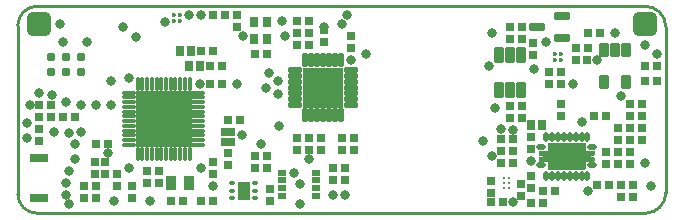
<source format=gts>
G04*
G04 #@! TF.GenerationSoftware,Altium Limited,Altium Designer,20.2.6 (244)*
G04*
G04 Layer_Color=8388736*
%FSLAX25Y25*%
%MOIN*%
G70*
G04*
G04 #@! TF.SameCoordinates,535AE1F0-9979-4E68-9054-F600688F37C9*
G04*
G04*
G04 #@! TF.FilePolarity,Negative*
G04*
G01*
G75*
%ADD10C,0.01000*%
%ADD36R,0.03150X0.03543*%
G04:AMPARAMS|DCode=39|XSize=17.72mil|YSize=11.81mil|CornerRadius=1.95mil|HoleSize=0mil|Usage=FLASHONLY|Rotation=0.000|XOffset=0mil|YOffset=0mil|HoleType=Round|Shape=RoundedRectangle|*
%AMROUNDEDRECTD39*
21,1,0.01772,0.00791,0,0,0.0*
21,1,0.01382,0.01181,0,0,0.0*
1,1,0.00390,0.00691,-0.00396*
1,1,0.00390,-0.00691,-0.00396*
1,1,0.00390,-0.00691,0.00396*
1,1,0.00390,0.00691,0.00396*
%
%ADD39ROUNDEDRECTD39*%
%ADD40C,0.01417*%
%ADD41C,0.03098*%
G04:AMPARAMS|DCode=43|XSize=51.18mil|YSize=23.62mil|CornerRadius=2.01mil|HoleSize=0mil|Usage=FLASHONLY|Rotation=180.000|XOffset=0mil|YOffset=0mil|HoleType=Round|Shape=RoundedRectangle|*
%AMROUNDEDRECTD43*
21,1,0.05118,0.01961,0,0,180.0*
21,1,0.04717,0.02362,0,0,180.0*
1,1,0.00402,-0.02358,0.00980*
1,1,0.00402,0.02358,0.00980*
1,1,0.00402,0.02358,-0.00980*
1,1,0.00402,-0.02358,-0.00980*
%
%ADD43ROUNDEDRECTD43*%
%ADD47R,0.03162X0.03162*%
%ADD48R,0.03162X0.03162*%
%ADD49R,0.02769X0.03162*%
%ADD50R,0.03162X0.02769*%
G04:AMPARAMS|DCode=51|XSize=17.45mil|YSize=31.62mil|CornerRadius=5.98mil|HoleSize=0mil|Usage=FLASHONLY|Rotation=180.000|XOffset=0mil|YOffset=0mil|HoleType=Round|Shape=RoundedRectangle|*
%AMROUNDEDRECTD51*
21,1,0.01745,0.01965,0,0,180.0*
21,1,0.00548,0.03162,0,0,180.0*
1,1,0.01197,-0.00274,0.00983*
1,1,0.01197,0.00274,0.00983*
1,1,0.01197,0.00274,-0.00983*
1,1,0.01197,-0.00274,-0.00983*
%
%ADD51ROUNDEDRECTD51*%
G04:AMPARAMS|DCode=52|XSize=17.45mil|YSize=31.62mil|CornerRadius=5.98mil|HoleSize=0mil|Usage=FLASHONLY|Rotation=90.000|XOffset=0mil|YOffset=0mil|HoleType=Round|Shape=RoundedRectangle|*
%AMROUNDEDRECTD52*
21,1,0.01745,0.01965,0,0,90.0*
21,1,0.00548,0.03162,0,0,90.0*
1,1,0.01197,0.00983,0.00274*
1,1,0.01197,0.00983,-0.00274*
1,1,0.01197,-0.00983,-0.00274*
1,1,0.01197,-0.00983,0.00274*
%
%ADD52ROUNDEDRECTD52*%
G04:AMPARAMS|DCode=53|XSize=11.81mil|YSize=11.81mil|CornerRadius=1.95mil|HoleSize=0mil|Usage=FLASHONLY|Rotation=180.000|XOffset=0mil|YOffset=0mil|HoleType=Round|Shape=RoundedRectangle|*
%AMROUNDEDRECTD53*
21,1,0.01181,0.00791,0,0,180.0*
21,1,0.00791,0.01181,0,0,180.0*
1,1,0.00390,-0.00396,0.00396*
1,1,0.00390,0.00396,0.00396*
1,1,0.00390,0.00396,-0.00396*
1,1,0.00390,-0.00396,-0.00396*
%
%ADD53ROUNDEDRECTD53*%
%ADD54R,0.02769X0.03556*%
%ADD55C,0.01299*%
%ADD56R,0.18910X0.18910*%
%ADD57O,0.01587X0.04540*%
%ADD58O,0.04540X0.01587*%
G04:AMPARAMS|DCode=59|XSize=83mil|YSize=83mil|CornerRadius=22.75mil|HoleSize=0mil|Usage=FLASHONLY|Rotation=0.000|XOffset=0mil|YOffset=0mil|HoleType=Round|Shape=RoundedRectangle|*
%AMROUNDEDRECTD59*
21,1,0.08300,0.03750,0,0,0.0*
21,1,0.03750,0.08300,0,0,0.0*
1,1,0.04550,0.01875,-0.01875*
1,1,0.04550,-0.01875,-0.01875*
1,1,0.04550,-0.01875,0.01875*
1,1,0.04550,0.01875,0.01875*
%
%ADD59ROUNDEDRECTD59*%
%ADD60R,0.13595X0.13595*%
G04:AMPARAMS|DCode=61|XSize=46.98mil|YSize=18.63mil|CornerRadius=5.33mil|HoleSize=0mil|Usage=FLASHONLY|Rotation=180.000|XOffset=0mil|YOffset=0mil|HoleType=Round|Shape=RoundedRectangle|*
%AMROUNDEDRECTD61*
21,1,0.04698,0.00797,0,0,180.0*
21,1,0.03632,0.01863,0,0,180.0*
1,1,0.01066,-0.01816,0.00399*
1,1,0.01066,0.01816,0.00399*
1,1,0.01066,0.01816,-0.00399*
1,1,0.01066,-0.01816,-0.00399*
%
%ADD61ROUNDEDRECTD61*%
G04:AMPARAMS|DCode=62|XSize=46.98mil|YSize=18.63mil|CornerRadius=5.33mil|HoleSize=0mil|Usage=FLASHONLY|Rotation=270.000|XOffset=0mil|YOffset=0mil|HoleType=Round|Shape=RoundedRectangle|*
%AMROUNDEDRECTD62*
21,1,0.04698,0.00797,0,0,270.0*
21,1,0.03632,0.01863,0,0,270.0*
1,1,0.01066,-0.00399,-0.01816*
1,1,0.01066,-0.00399,0.01816*
1,1,0.01066,0.00399,0.01816*
1,1,0.01066,0.00399,-0.01816*
%
%ADD62ROUNDEDRECTD62*%
G04:AMPARAMS|DCode=63|XSize=33.59mil|YSize=55.24mil|CornerRadius=5.92mil|HoleSize=0mil|Usage=FLASHONLY|Rotation=180.000|XOffset=0mil|YOffset=0mil|HoleType=Round|Shape=RoundedRectangle|*
%AMROUNDEDRECTD63*
21,1,0.03359,0.04341,0,0,180.0*
21,1,0.02175,0.05524,0,0,180.0*
1,1,0.01184,-0.01088,0.02170*
1,1,0.01184,0.01088,0.02170*
1,1,0.01184,0.01088,-0.02170*
1,1,0.01184,-0.01088,-0.02170*
%
%ADD63ROUNDEDRECTD63*%
%ADD64R,0.02572X0.01981*%
G04:AMPARAMS|DCode=65|XSize=39.37mil|YSize=62.99mil|CornerRadius=1.97mil|HoleSize=0mil|Usage=FLASHONLY|Rotation=0.000|XOffset=0mil|YOffset=0mil|HoleType=Round|Shape=RoundedRectangle|*
%AMROUNDEDRECTD65*
21,1,0.03937,0.05906,0,0,0.0*
21,1,0.03543,0.06299,0,0,0.0*
1,1,0.00394,0.01772,-0.02953*
1,1,0.00394,-0.01772,-0.02953*
1,1,0.00394,-0.01772,0.02953*
1,1,0.00394,0.01772,0.02953*
%
%ADD65ROUNDEDRECTD65*%
G04:AMPARAMS|DCode=66|XSize=31.62mil|YSize=47.37mil|CornerRadius=6.01mil|HoleSize=0mil|Usage=FLASHONLY|Rotation=0.000|XOffset=0mil|YOffset=0mil|HoleType=Round|Shape=RoundedRectangle|*
%AMROUNDEDRECTD66*
21,1,0.03162,0.03535,0,0,0.0*
21,1,0.01961,0.04737,0,0,0.0*
1,1,0.01202,0.00980,-0.01768*
1,1,0.01202,-0.00980,-0.01768*
1,1,0.01202,-0.00980,0.01768*
1,1,0.01202,0.00980,0.01768*
%
%ADD66ROUNDEDRECTD66*%
%ADD67R,0.06142X0.03150*%
%ADD68R,0.03300X0.04800*%
%ADD69R,0.04961X0.02736*%
%ADD70R,0.02646X0.03039*%
%ADD71C,0.03300*%
G36*
X189060Y23397D02*
X189112Y23387D01*
X189161Y23370D01*
X189208Y23347D01*
X189252Y23318D01*
X189291Y23283D01*
X189326Y23244D01*
X189355Y23200D01*
X189378Y23153D01*
X189395Y23104D01*
X189405Y23052D01*
X189409Y23000D01*
Y20901D01*
X191862Y20901D01*
X191915Y20897D01*
X191966Y20887D01*
X192016Y20870D01*
X192063Y20847D01*
X192106Y20818D01*
X192146Y20784D01*
X192181Y20744D01*
X192210Y20700D01*
X192233Y20653D01*
X192250Y20604D01*
X192260Y20552D01*
X192263Y20500D01*
Y19594D01*
X192260Y19542D01*
X192250Y19491D01*
X192233Y19441D01*
X192210Y19394D01*
X192181Y19351D01*
X192146Y19311D01*
X192106Y19276D01*
X192063Y19247D01*
X192016Y19224D01*
X191966Y19207D01*
X191915Y19197D01*
X191862Y19194D01*
X190984Y19194D01*
Y18735D01*
X191862Y18735D01*
X191915Y18732D01*
X191966Y18722D01*
X192016Y18705D01*
X192063Y18682D01*
X192106Y18653D01*
X192146Y18618D01*
X192181Y18579D01*
X192210Y18535D01*
X192233Y18488D01*
X192250Y18438D01*
X192260Y18387D01*
X192263Y18335D01*
Y17429D01*
X192260Y17377D01*
X192250Y17325D01*
X192233Y17276D01*
X192210Y17229D01*
X192181Y17185D01*
X192146Y17146D01*
X192106Y17111D01*
X192063Y17082D01*
X192016Y17059D01*
X191966Y17042D01*
X191915Y17032D01*
X191862Y17028D01*
X189409Y17028D01*
Y14929D01*
X189405Y14877D01*
X189395Y14825D01*
X189378Y14776D01*
X189355Y14729D01*
X189326Y14685D01*
X189291Y14646D01*
X189252Y14611D01*
X189208Y14582D01*
X189161Y14559D01*
X189112Y14542D01*
X189060Y14532D01*
X189008Y14528D01*
X177000D01*
X176948Y14532D01*
X176896Y14542D01*
X176847Y14559D01*
X176800Y14582D01*
X176756Y14611D01*
X176717Y14646D01*
X176682Y14685D01*
X176653Y14729D01*
X176630Y14776D01*
X176613Y14825D01*
X176603Y14877D01*
X176599Y14929D01*
Y17028D01*
X174146Y17028D01*
X174094Y17032D01*
X174042Y17042D01*
X173993Y17059D01*
X173945Y17082D01*
X173902Y17111D01*
X173863Y17146D01*
X173828Y17185D01*
X173799Y17229D01*
X173776Y17276D01*
X173759Y17325D01*
X173749Y17377D01*
X173745Y17429D01*
Y18335D01*
X173749Y18387D01*
X173759Y18438D01*
X173776Y18488D01*
X173799Y18535D01*
X173828Y18579D01*
X173863Y18618D01*
X173902Y18653D01*
X173945Y18682D01*
X173993Y18705D01*
X174042Y18722D01*
X174094Y18732D01*
X174146Y18735D01*
X175024Y18735D01*
Y19194D01*
X174146Y19194D01*
X174094Y19197D01*
X174042Y19207D01*
X173993Y19224D01*
X173946Y19247D01*
X173902Y19276D01*
X173863Y19311D01*
X173828Y19351D01*
X173799Y19394D01*
X173776Y19441D01*
X173759Y19491D01*
X173749Y19542D01*
X173745Y19594D01*
Y20500D01*
X173749Y20552D01*
X173759Y20604D01*
X173776Y20653D01*
X173799Y20700D01*
X173828Y20744D01*
X173863Y20784D01*
X173902Y20818D01*
X173946Y20847D01*
X173993Y20870D01*
X174042Y20887D01*
X174094Y20897D01*
X174146Y20901D01*
X176599Y20901D01*
Y23000D01*
X176603Y23052D01*
X176613Y23104D01*
X176630Y23153D01*
X176653Y23200D01*
X176682Y23244D01*
X176717Y23283D01*
X176756Y23318D01*
X176800Y23347D01*
X176847Y23370D01*
X176896Y23387D01*
X176948Y23397D01*
X177000Y23401D01*
X189008D01*
X189060Y23397D01*
D02*
G37*
D10*
X215996Y62174D02*
G03*
X209000Y69000I-6828J0D01*
G01*
X209172Y0D02*
G03*
X216000Y6828I0J6828D01*
G01*
X6449Y69000D02*
G03*
X0Y62550I0J-6449D01*
G01*
Y6449D02*
G03*
X6449Y0I6449J0D01*
G01*
X216000Y6828D02*
Y62174D01*
X6449Y0D02*
X209172D01*
X6449Y69000D02*
X209000D01*
X0Y6449D02*
Y62550D01*
D36*
X78835Y63756D02*
D03*
Y58244D02*
D03*
X83165D02*
D03*
Y63756D02*
D03*
D39*
X71500Y10118D02*
D03*
Y7559D02*
D03*
Y5000D02*
D03*
X79177D02*
D03*
Y7559D02*
D03*
Y10118D02*
D03*
D40*
X54000Y65969D02*
D03*
Y64000D02*
D03*
X52031Y65969D02*
D03*
Y64000D02*
D03*
X180968Y53000D02*
D03*
Y51032D02*
D03*
X179000Y53000D02*
D03*
Y51032D02*
D03*
D41*
X21000Y52000D02*
D03*
Y47000D02*
D03*
X16000Y52000D02*
D03*
Y47000D02*
D03*
X11000Y52000D02*
D03*
Y47000D02*
D03*
D43*
X173000Y62000D02*
D03*
X181268Y65740D02*
D03*
Y58260D02*
D03*
D47*
X181114Y36469D02*
D03*
Y32532D02*
D03*
X196114Y16532D02*
D03*
Y20469D02*
D03*
X204114Y16532D02*
D03*
Y20469D02*
D03*
X200114Y16532D02*
D03*
Y20469D02*
D03*
Y28406D02*
D03*
Y24469D02*
D03*
X201114Y5532D02*
D03*
Y9469D02*
D03*
X205114Y5469D02*
D03*
Y9406D02*
D03*
X38000Y9000D02*
D03*
Y5063D02*
D03*
X97000Y25000D02*
D03*
Y21063D02*
D03*
X93000Y24969D02*
D03*
Y21032D02*
D03*
X102000Y60937D02*
D03*
Y57000D02*
D03*
X111000Y58937D02*
D03*
Y55000D02*
D03*
X7000Y27968D02*
D03*
Y24032D02*
D03*
Y35937D02*
D03*
Y32000D02*
D03*
X11000D02*
D03*
Y35937D02*
D03*
X108000Y21000D02*
D03*
Y24937D02*
D03*
X112000Y21000D02*
D03*
Y24937D02*
D03*
X73000Y62032D02*
D03*
Y65969D02*
D03*
X101000Y21063D02*
D03*
Y25000D02*
D03*
X43000Y13969D02*
D03*
Y10031D02*
D03*
X47000D02*
D03*
Y13969D02*
D03*
X65000Y13032D02*
D03*
Y16969D02*
D03*
X70000Y20000D02*
D03*
Y16063D02*
D03*
X33000Y9063D02*
D03*
Y13000D02*
D03*
D48*
X15000Y32000D02*
D03*
X18937D02*
D03*
X181000Y43000D02*
D03*
X177063D02*
D03*
X204114Y32469D02*
D03*
X208051D02*
D03*
X204114Y28469D02*
D03*
X208051D02*
D03*
X204114Y24469D02*
D03*
X208051D02*
D03*
X192177Y32469D02*
D03*
X196114D02*
D03*
X193114Y9469D02*
D03*
X197051D02*
D03*
X168114Y31666D02*
D03*
X164177D02*
D03*
X168114Y35666D02*
D03*
X164177D02*
D03*
X165114Y20666D02*
D03*
X161177D02*
D03*
X165114Y16666D02*
D03*
X161177D02*
D03*
X165114Y24666D02*
D03*
X161177D02*
D03*
X204114Y36469D02*
D03*
X208051D02*
D03*
X93063Y60000D02*
D03*
X97000D02*
D03*
X93063Y56000D02*
D03*
X97000D02*
D03*
X93063Y64000D02*
D03*
X97000D02*
D03*
X177032Y47000D02*
D03*
X180968D02*
D03*
X209000Y49000D02*
D03*
X212937D02*
D03*
X69000Y66000D02*
D03*
X65063D02*
D03*
X186000Y55000D02*
D03*
X189937D02*
D03*
X189874Y51000D02*
D03*
X185937D02*
D03*
X209000Y44000D02*
D03*
X212937D02*
D03*
X82968Y53000D02*
D03*
X79031D02*
D03*
X108937Y15000D02*
D03*
X105000D02*
D03*
Y11000D02*
D03*
X108937D02*
D03*
X64000Y43000D02*
D03*
X67937D02*
D03*
X61000Y4000D02*
D03*
X64937D02*
D03*
X51063D02*
D03*
X55000D02*
D03*
X167937Y58000D02*
D03*
X164000D02*
D03*
Y62000D02*
D03*
X167937D02*
D03*
X25937Y5000D02*
D03*
X22000D02*
D03*
X70000Y31000D02*
D03*
X73937D02*
D03*
X25937Y9000D02*
D03*
X22000D02*
D03*
X29969Y23000D02*
D03*
X26032D02*
D03*
D49*
X193937Y60000D02*
D03*
X190000D02*
D03*
X175114Y3469D02*
D03*
X171177D02*
D03*
X179083Y7469D02*
D03*
X175146D02*
D03*
X157831Y3666D02*
D03*
X161768D02*
D03*
X82937Y15000D02*
D03*
X79000D02*
D03*
X64937Y54000D02*
D03*
X61000D02*
D03*
X79000Y19000D02*
D03*
X82937D02*
D03*
X67968Y49000D02*
D03*
X64031D02*
D03*
D50*
X171807Y56744D02*
D03*
Y52807D02*
D03*
X171114Y12469D02*
D03*
Y8532D02*
D03*
Y25469D02*
D03*
Y21532D02*
D03*
X167768Y5729D02*
D03*
Y9666D02*
D03*
X157768Y6697D02*
D03*
Y10634D02*
D03*
X84000Y4031D02*
D03*
Y7969D02*
D03*
D51*
X189894Y25461D02*
D03*
X187925D02*
D03*
X185957D02*
D03*
X183988D02*
D03*
X182020D02*
D03*
X180051D02*
D03*
X178083D02*
D03*
X176114D02*
D03*
Y12469D02*
D03*
X178083D02*
D03*
X180051D02*
D03*
X182020D02*
D03*
X183988D02*
D03*
X185957D02*
D03*
X187925D02*
D03*
X189894D02*
D03*
D52*
X174540Y21917D02*
D03*
Y16012D02*
D03*
X191469D02*
D03*
Y21917D02*
D03*
D53*
X183004Y18965D02*
D03*
D54*
X174854Y29469D02*
D03*
X171114D02*
D03*
X57740Y54000D02*
D03*
X54000D02*
D03*
X60740Y49000D02*
D03*
X57000D02*
D03*
D55*
X162114Y8516D02*
D03*
X163768D02*
D03*
Y10091D02*
D03*
X162114D02*
D03*
X163768Y11666D02*
D03*
X162114D02*
D03*
D56*
X48614Y31512D02*
D03*
D57*
X47827Y43126D02*
D03*
X55701D02*
D03*
Y19898D02*
D03*
X47827D02*
D03*
X39953Y43126D02*
D03*
Y19898D02*
D03*
X57276Y43126D02*
D03*
Y19898D02*
D03*
X49402Y43126D02*
D03*
X50976D02*
D03*
X52551D02*
D03*
X54126D02*
D03*
Y19898D02*
D03*
X52551D02*
D03*
X50976D02*
D03*
X49402D02*
D03*
X41528Y43126D02*
D03*
X43102D02*
D03*
X44677D02*
D03*
X46252D02*
D03*
Y19898D02*
D03*
X44677D02*
D03*
X43102D02*
D03*
X41528D02*
D03*
D58*
X60228Y38598D02*
D03*
Y30724D02*
D03*
Y22850D02*
D03*
X37000Y30724D02*
D03*
Y38598D02*
D03*
Y22850D02*
D03*
X60228Y40173D02*
D03*
Y37024D02*
D03*
Y35449D02*
D03*
Y33874D02*
D03*
Y32299D02*
D03*
Y29150D02*
D03*
Y27575D02*
D03*
Y26000D02*
D03*
Y24425D02*
D03*
X37000Y40173D02*
D03*
Y32299D02*
D03*
Y33874D02*
D03*
Y35449D02*
D03*
Y37024D02*
D03*
Y24425D02*
D03*
Y26000D02*
D03*
Y27575D02*
D03*
Y29150D02*
D03*
D59*
X7000Y63000D02*
D03*
X209000D02*
D03*
D60*
X101709Y41906D02*
D03*
D61*
X92417Y36000D02*
D03*
Y37969D02*
D03*
Y39937D02*
D03*
Y41906D02*
D03*
Y43874D02*
D03*
Y45842D02*
D03*
Y47811D02*
D03*
X111000D02*
D03*
Y45842D02*
D03*
Y43874D02*
D03*
Y41906D02*
D03*
Y39937D02*
D03*
Y37969D02*
D03*
Y36000D02*
D03*
D62*
X107614Y32614D02*
D03*
X105646D02*
D03*
X103677D02*
D03*
X101709D02*
D03*
X99740D02*
D03*
X97772D02*
D03*
X95803D02*
D03*
Y51197D02*
D03*
X97772D02*
D03*
X99740D02*
D03*
X101709D02*
D03*
X103677D02*
D03*
X105646D02*
D03*
X107614D02*
D03*
D63*
X160260Y41000D02*
D03*
X164000D02*
D03*
X167740D02*
D03*
Y52614D02*
D03*
X164000D02*
D03*
X160260D02*
D03*
D64*
X99339Y5882D02*
D03*
Y13559D02*
D03*
Y11000D02*
D03*
Y8441D02*
D03*
X88000Y5882D02*
D03*
Y11000D02*
D03*
Y13559D02*
D03*
Y8441D02*
D03*
D65*
X75339Y7559D02*
D03*
D66*
X202740Y54413D02*
D03*
X199000D02*
D03*
X195260D02*
D03*
Y43587D02*
D03*
X202740D02*
D03*
D67*
X7000Y5000D02*
D03*
Y18410D02*
D03*
D68*
X57000Y10000D02*
D03*
X51000D02*
D03*
D69*
X70000Y23772D02*
D03*
Y27000D02*
D03*
D70*
X29000Y13000D02*
D03*
Y16937D02*
D03*
X25850D02*
D03*
Y13000D02*
D03*
D71*
X11500Y39500D02*
D03*
X17000Y3000D02*
D03*
X16000Y6000D02*
D03*
Y10000D02*
D03*
X17000Y26855D02*
D03*
X116000Y53000D02*
D03*
X213000D02*
D03*
X211000Y9000D02*
D03*
X155000Y24000D02*
D03*
X157000Y49000D02*
D03*
X176000Y57000D02*
D03*
X193000Y51000D02*
D03*
X172000Y48000D02*
D03*
X23000Y57000D02*
D03*
X15000D02*
D03*
X35000Y62000D02*
D03*
X75136Y59162D02*
D03*
X102000Y62000D02*
D03*
X39278Y58743D02*
D03*
X14000Y63000D02*
D03*
X37000Y45000D02*
D03*
X87000Y29000D02*
D03*
X81000Y23000D02*
D03*
X109850Y66150D02*
D03*
X88000Y64000D02*
D03*
X89000Y59000D02*
D03*
X159000Y35000D02*
D03*
X158000Y60000D02*
D03*
X108000Y63000D02*
D03*
X199000Y60000D02*
D03*
X97000Y18000D02*
D03*
X92000Y13500D02*
D03*
X209000Y56000D02*
D03*
X185000Y43150D02*
D03*
X158000Y19000D02*
D03*
X161000Y28000D02*
D03*
X201000Y39000D02*
D03*
X209114Y16666D02*
D03*
X165114Y3666D02*
D03*
Y27666D02*
D03*
X190114Y7469D02*
D03*
X183004Y16965D02*
D03*
Y20965D02*
D03*
X177985Y18965D02*
D03*
X188024D02*
D03*
X171114Y17469D02*
D03*
X188059Y30319D02*
D03*
X86709Y44056D02*
D03*
X105000Y6000D02*
D03*
X111000Y51000D02*
D03*
X101709Y41906D02*
D03*
X109000Y6000D02*
D03*
X49000Y63850D02*
D03*
X94068Y9720D02*
D03*
X86709Y39755D02*
D03*
X43614Y37512D02*
D03*
X53614D02*
D03*
X48614D02*
D03*
X43614Y31512D02*
D03*
Y25512D02*
D03*
X48614D02*
D03*
X53614D02*
D03*
Y31512D02*
D03*
X48614D02*
D03*
X31000Y36000D02*
D03*
X57000Y66000D02*
D03*
X61000D02*
D03*
X94000Y3000D02*
D03*
X16000Y37000D02*
D03*
X32000Y4000D02*
D03*
X44000D02*
D03*
X6937Y40000D02*
D03*
X3000Y30000D02*
D03*
Y25000D02*
D03*
X4000Y36000D02*
D03*
X21000D02*
D03*
X26000D02*
D03*
X21000Y27000D02*
D03*
X12000D02*
D03*
X60681Y43000D02*
D03*
X61000Y15000D02*
D03*
X65000Y9000D02*
D03*
X83709Y46905D02*
D03*
X82709Y41906D02*
D03*
X73000Y43000D02*
D03*
X74850Y26000D02*
D03*
X37000Y15000D02*
D03*
X31000Y44000D02*
D03*
X30000Y20000D02*
D03*
X75339Y7559D02*
D03*
X17000Y14000D02*
D03*
X19000Y18000D02*
D03*
Y23000D02*
D03*
M02*

</source>
